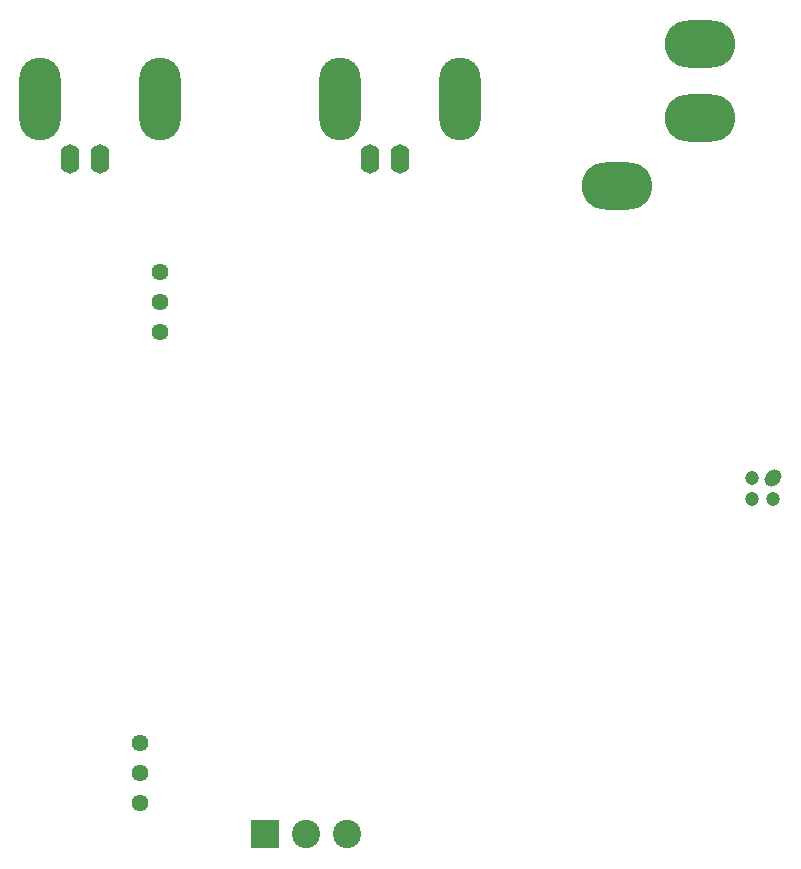
<source format=gbr>
%TF.GenerationSoftware,KiCad,Pcbnew,7.0.10*%
%TF.CreationDate,2024-03-12T19:05:43-04:00*%
%TF.ProjectId,current_controller,63757272-656e-4745-9f63-6f6e74726f6c,rev?*%
%TF.SameCoordinates,Original*%
%TF.FileFunction,Soldermask,Bot*%
%TF.FilePolarity,Negative*%
%FSLAX46Y46*%
G04 Gerber Fmt 4.6, Leading zero omitted, Abs format (unit mm)*
G04 Created by KiCad (PCBNEW 7.0.10) date 2024-03-12 19:05:43*
%MOMM*%
%LPD*%
G01*
G04 APERTURE LIST*
G04 Aperture macros list*
%AMHorizOval*
0 Thick line with rounded ends*
0 $1 width*
0 $2 $3 position (X,Y) of the first rounded end (center of the circle)*
0 $4 $5 position (X,Y) of the second rounded end (center of the circle)*
0 Add line between two ends*
20,1,$1,$2,$3,$4,$5,0*
0 Add two circle primitives to create the rounded ends*
1,1,$1,$2,$3*
1,1,$1,$4,$5*%
G04 Aperture macros list end*
%ADD10C,1.440000*%
%ADD11O,1.600000X2.500000*%
%ADD12O,3.500000X7.000000*%
%ADD13O,6.000000X4.000000*%
%ADD14R,2.400000X2.400000*%
%ADD15C,2.400000*%
%ADD16HorizOval,1.200000X-0.141421X-0.141421X0.141421X0.141421X0*%
%ADD17C,1.200000*%
G04 APERTURE END LIST*
D10*
%TO.C,R44*%
X77105298Y-100197500D03*
X77105298Y-102737500D03*
X77105298Y-105277500D03*
%TD*%
D11*
%TO.C,J6*%
X99060000Y-50800000D03*
D12*
X93980000Y-45720000D03*
D11*
X96520000Y-50800000D03*
D12*
X104140000Y-45720000D03*
%TD*%
D13*
%TO.C,R42*%
X124460000Y-47346141D03*
X117420000Y-53046141D03*
X124460000Y-41046141D03*
%TD*%
D14*
%TO.C,J2*%
X87615000Y-107950000D03*
D15*
X91115000Y-107950000D03*
X94615000Y-107950000D03*
%TD*%
D16*
%TO.C,U5*%
X130701051Y-77788726D03*
D17*
X128905000Y-77788726D03*
X128905000Y-79584777D03*
X130701051Y-79584777D03*
%TD*%
D12*
%TO.C,J4*%
X78740000Y-45720000D03*
D11*
X71120000Y-50800000D03*
D12*
X68580000Y-45720000D03*
D11*
X73660000Y-50800000D03*
%TD*%
D10*
%TO.C,R43*%
X78740000Y-60325000D03*
X78740000Y-62865000D03*
X78740000Y-65405000D03*
%TD*%
M02*

</source>
